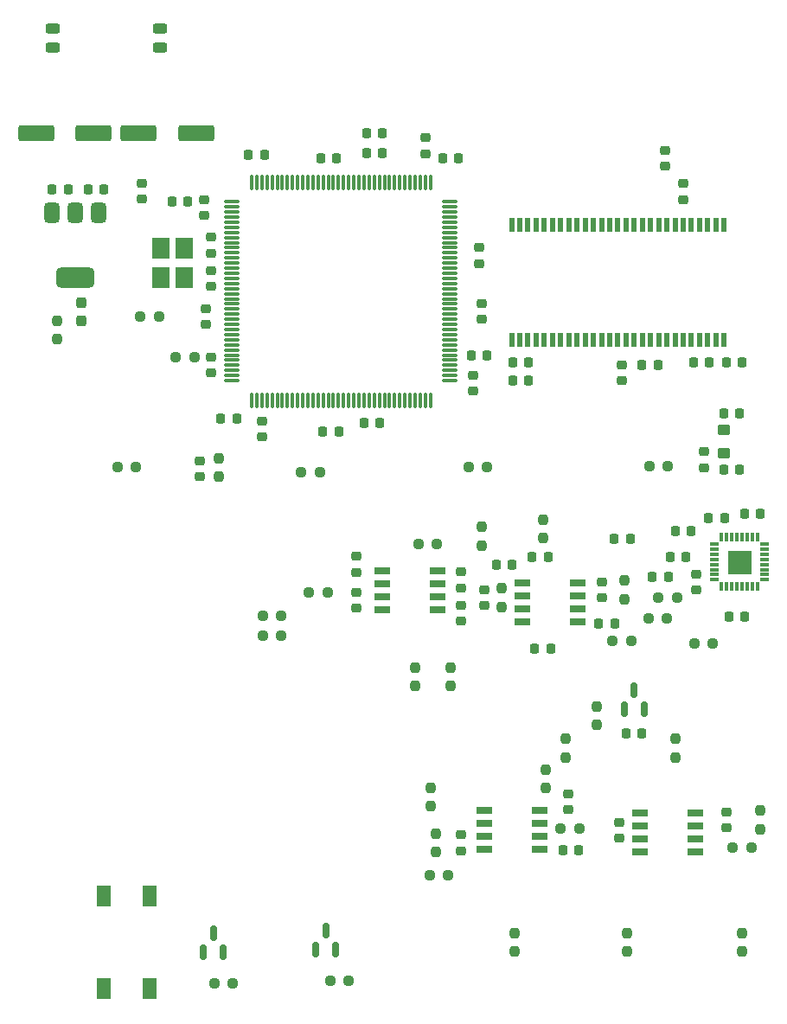
<source format=gbr>
%TF.GenerationSoftware,KiCad,Pcbnew,8.0.8*%
%TF.CreationDate,2025-01-25T01:21:00+01:00*%
%TF.ProjectId,aware01_h7,61776172-6530-4315-9f68-372e6b696361,rev?*%
%TF.SameCoordinates,Original*%
%TF.FileFunction,Paste,Bot*%
%TF.FilePolarity,Positive*%
%FSLAX46Y46*%
G04 Gerber Fmt 4.6, Leading zero omitted, Abs format (unit mm)*
G04 Created by KiCad (PCBNEW 8.0.8) date 2025-01-25 01:21:00*
%MOMM*%
%LPD*%
G01*
G04 APERTURE LIST*
G04 Aperture macros list*
%AMRoundRect*
0 Rectangle with rounded corners*
0 $1 Rounding radius*
0 $2 $3 $4 $5 $6 $7 $8 $9 X,Y pos of 4 corners*
0 Add a 4 corners polygon primitive as box body*
4,1,4,$2,$3,$4,$5,$6,$7,$8,$9,$2,$3,0*
0 Add four circle primitives for the rounded corners*
1,1,$1+$1,$2,$3*
1,1,$1+$1,$4,$5*
1,1,$1+$1,$6,$7*
1,1,$1+$1,$8,$9*
0 Add four rect primitives between the rounded corners*
20,1,$1+$1,$2,$3,$4,$5,0*
20,1,$1+$1,$4,$5,$6,$7,0*
20,1,$1+$1,$6,$7,$8,$9,0*
20,1,$1+$1,$8,$9,$2,$3,0*%
G04 Aperture macros list end*
%ADD10C,0.010000*%
%ADD11RoundRect,0.033750X0.101250X0.386250X-0.101250X0.386250X-0.101250X-0.386250X0.101250X-0.386250X0*%
%ADD12RoundRect,0.033750X0.386250X0.101250X-0.386250X0.101250X-0.386250X-0.101250X0.386250X-0.101250X0*%
%ADD13RoundRect,0.237500X-0.250000X-0.237500X0.250000X-0.237500X0.250000X0.237500X-0.250000X0.237500X0*%
%ADD14RoundRect,0.225000X0.225000X0.250000X-0.225000X0.250000X-0.225000X-0.250000X0.225000X-0.250000X0*%
%ADD15RoundRect,0.237500X0.250000X0.237500X-0.250000X0.237500X-0.250000X-0.237500X0.250000X-0.237500X0*%
%ADD16RoundRect,0.225000X0.250000X-0.225000X0.250000X0.225000X-0.250000X0.225000X-0.250000X-0.225000X0*%
%ADD17RoundRect,0.237500X0.237500X-0.250000X0.237500X0.250000X-0.237500X0.250000X-0.237500X-0.250000X0*%
%ADD18RoundRect,0.237500X-0.237500X0.250000X-0.237500X-0.250000X0.237500X-0.250000X0.237500X0.250000X0*%
%ADD19RoundRect,0.225000X-0.250000X0.225000X-0.250000X-0.225000X0.250000X-0.225000X0.250000X0.225000X0*%
%ADD20R,1.528000X0.650000*%
%ADD21RoundRect,0.225000X-0.225000X-0.250000X0.225000X-0.250000X0.225000X0.250000X-0.225000X0.250000X0*%
%ADD22R,0.550000X1.440000*%
%ADD23RoundRect,0.243750X-0.456250X0.243750X-0.456250X-0.243750X0.456250X-0.243750X0.456250X0.243750X0*%
%ADD24RoundRect,0.243750X0.456250X-0.243750X0.456250X0.243750X-0.456250X0.243750X-0.456250X-0.243750X0*%
%ADD25R,1.400000X2.100000*%
%ADD26RoundRect,0.250000X-1.500000X-0.550000X1.500000X-0.550000X1.500000X0.550000X-1.500000X0.550000X0*%
%ADD27RoundRect,0.150000X0.150000X-0.587500X0.150000X0.587500X-0.150000X0.587500X-0.150000X-0.587500X0*%
%ADD28RoundRect,0.237500X0.237500X-0.287500X0.237500X0.287500X-0.237500X0.287500X-0.237500X-0.287500X0*%
%ADD29RoundRect,0.075000X-0.662500X-0.075000X0.662500X-0.075000X0.662500X0.075000X-0.662500X0.075000X0*%
%ADD30RoundRect,0.075000X-0.075000X-0.662500X0.075000X-0.662500X0.075000X0.662500X-0.075000X0.662500X0*%
%ADD31RoundRect,0.375000X-0.375000X0.625000X-0.375000X-0.625000X0.375000X-0.625000X0.375000X0.625000X0*%
%ADD32RoundRect,0.500000X-1.400000X0.500000X-1.400000X-0.500000X1.400000X-0.500000X1.400000X0.500000X0*%
%ADD33R,1.800000X2.100000*%
%ADD34RoundRect,0.250000X1.500000X0.550000X-1.500000X0.550000X-1.500000X-0.550000X1.500000X-0.550000X0*%
%ADD35RoundRect,0.250000X0.350000X-0.275000X0.350000X0.275000X-0.350000X0.275000X-0.350000X-0.275000X0*%
G04 APERTURE END LIST*
D10*
%TO.C,IC2*%
X234090000Y-100590000D02*
X231910000Y-100590000D01*
X231910000Y-98410000D01*
X234090000Y-98410000D01*
X234090000Y-100590000D01*
G36*
X234090000Y-100590000D02*
G01*
X231910000Y-100590000D01*
X231910000Y-98410000D01*
X234090000Y-98410000D01*
X234090000Y-100590000D01*
G37*
%TD*%
D11*
%TO.C,IC2*%
X234750000Y-97065000D03*
X234250000Y-97065000D03*
X233750000Y-97065000D03*
X233250000Y-97065000D03*
X232750000Y-97065000D03*
X232250000Y-97065000D03*
X231750000Y-97065000D03*
X231250000Y-97065000D03*
D12*
X230565000Y-97750000D03*
X230565000Y-98250000D03*
X230565000Y-98750000D03*
X230565000Y-99250000D03*
X230565000Y-99750000D03*
X230565000Y-100250000D03*
X230565000Y-100750000D03*
X230565000Y-101250000D03*
D11*
X231250000Y-101935000D03*
X231750000Y-101935000D03*
X232250000Y-101935000D03*
X232750000Y-101935000D03*
X233250000Y-101935000D03*
X233750000Y-101935000D03*
X234250000Y-101935000D03*
X234750000Y-101935000D03*
D12*
X235435000Y-101250000D03*
X235435000Y-100750000D03*
X235435000Y-100250000D03*
X235435000Y-99750000D03*
X235435000Y-99250000D03*
X235435000Y-98750000D03*
X235435000Y-98250000D03*
X235435000Y-97750000D03*
%TD*%
D13*
%TO.C,R38*%
X215487500Y-125600000D03*
X217312500Y-125600000D03*
%TD*%
D14*
%TO.C,C58*%
X217275000Y-127750000D03*
X215725000Y-127750000D03*
%TD*%
D15*
%TO.C,R23*%
X183412500Y-140750000D03*
X181587500Y-140750000D03*
%TD*%
D16*
%TO.C,C7*%
X225750000Y-60775000D03*
X225750000Y-59225000D03*
%TD*%
D14*
%TO.C,C6*%
X206725000Y-79250000D03*
X208275000Y-79250000D03*
%TD*%
D17*
%TO.C,R34*%
X222000000Y-137662500D03*
X222000000Y-135837500D03*
%TD*%
D15*
%TO.C,R37*%
X204512500Y-130200000D03*
X202687500Y-130200000D03*
%TD*%
D16*
%TO.C,C8*%
X227500000Y-64025000D03*
X227500000Y-62475000D03*
%TD*%
D18*
%TO.C,R39*%
X166200000Y-75887500D03*
X166200000Y-77712500D03*
%TD*%
D14*
%TO.C,C60*%
X231525000Y-95250000D03*
X229975000Y-95250000D03*
%TD*%
D17*
%TO.C,R26*%
X233250000Y-137662500D03*
X233250000Y-135837500D03*
%TD*%
D18*
%TO.C,R25*%
X226750000Y-116837500D03*
X226750000Y-118662500D03*
%TD*%
D19*
%TO.C,C1*%
X181250000Y-70975000D03*
X181250000Y-72525000D03*
%TD*%
D20*
%TO.C,U13*%
X208039000Y-127655000D03*
X208039000Y-126385000D03*
X208039000Y-125115000D03*
X208039000Y-123845000D03*
X213461000Y-123845000D03*
X213461000Y-125115000D03*
X213461000Y-126385000D03*
X213461000Y-127655000D03*
%TD*%
D19*
%TO.C,C54*%
X208000000Y-102225000D03*
X208000000Y-103775000D03*
%TD*%
D13*
%TO.C,R29*%
X232337500Y-127500000D03*
X234162500Y-127500000D03*
%TD*%
D19*
%TO.C,C36*%
X180750000Y-74725000D03*
X180750000Y-76275000D03*
%TD*%
D14*
%TO.C,C38*%
X235025000Y-94750000D03*
X233475000Y-94750000D03*
%TD*%
D16*
%TO.C,C27*%
X207750000Y-75750000D03*
X207750000Y-74200000D03*
%TD*%
D21*
%TO.C,C25*%
X231475000Y-90500000D03*
X233025000Y-90500000D03*
%TD*%
D19*
%TO.C,C63*%
X181250000Y-79475000D03*
X181250000Y-81025000D03*
%TD*%
D16*
%TO.C,C3*%
X180200000Y-91175000D03*
X180200000Y-89625000D03*
%TD*%
D20*
%TO.C,U11*%
X228711000Y-124095000D03*
X228711000Y-125365000D03*
X228711000Y-126635000D03*
X228711000Y-127905000D03*
X223289000Y-127905000D03*
X223289000Y-126635000D03*
X223289000Y-125365000D03*
X223289000Y-124095000D03*
%TD*%
D15*
%TO.C,R4*%
X173912500Y-90250000D03*
X172087500Y-90250000D03*
%TD*%
D19*
%TO.C,C61*%
X180600000Y-64025000D03*
X180600000Y-65575000D03*
%TD*%
D14*
%TO.C,C30*%
X170775000Y-63000000D03*
X169225000Y-63000000D03*
%TD*%
D17*
%TO.C,R20*%
X209750000Y-103912500D03*
X209750000Y-102087500D03*
%TD*%
D19*
%TO.C,C43*%
X195500000Y-98975000D03*
X195500000Y-100525000D03*
%TD*%
D22*
%TO.C,U2*%
X231500000Y-77740000D03*
X230700000Y-77740000D03*
X229900000Y-77740000D03*
X229100000Y-77740000D03*
X228300000Y-77740000D03*
X227500000Y-77740000D03*
X226700000Y-77740000D03*
X225900000Y-77740000D03*
X225100000Y-77740000D03*
X224300000Y-77740000D03*
X223500000Y-77740000D03*
X222700000Y-77740000D03*
X221900000Y-77740000D03*
X221100000Y-77740000D03*
X220300000Y-77740000D03*
X219500000Y-77740000D03*
X218700000Y-77740000D03*
X217900000Y-77740000D03*
X217100000Y-77740000D03*
X216300000Y-77740000D03*
X215500000Y-77740000D03*
X214700000Y-77740000D03*
X213900000Y-77740000D03*
X213100000Y-77740000D03*
X212300000Y-77740000D03*
X211500000Y-77740000D03*
X210700000Y-77740000D03*
X210700000Y-66500000D03*
X211500000Y-66500000D03*
X212300000Y-66500000D03*
X213100000Y-66500000D03*
X213900000Y-66500000D03*
X214700000Y-66500000D03*
X215500000Y-66500000D03*
X216300000Y-66500000D03*
X217100000Y-66500000D03*
X217900000Y-66500000D03*
X218700000Y-66500000D03*
X219500000Y-66500000D03*
X220300000Y-66500000D03*
X221100000Y-66500000D03*
X221900000Y-66500000D03*
X222700000Y-66500000D03*
X223500000Y-66500000D03*
X224300000Y-66500000D03*
X225100000Y-66500000D03*
X225900000Y-66500000D03*
X226700000Y-66500000D03*
X227500000Y-66500000D03*
X228300000Y-66500000D03*
X229100000Y-66500000D03*
X229900000Y-66500000D03*
X230700000Y-66500000D03*
X231500000Y-66500000D03*
%TD*%
D15*
%TO.C,R11*%
X188162500Y-106750000D03*
X186337500Y-106750000D03*
%TD*%
D16*
%TO.C,C23*%
X229500000Y-90275000D03*
X229500000Y-88725000D03*
%TD*%
D18*
%TO.C,R16*%
X213750000Y-95337500D03*
X213750000Y-97162500D03*
%TD*%
D21*
%TO.C,C48*%
X212975000Y-108000000D03*
X214525000Y-108000000D03*
%TD*%
D23*
%TO.C,D2*%
X165750000Y-47312500D03*
X165750000Y-49187500D03*
%TD*%
D21*
%TO.C,C28*%
X231475000Y-85000000D03*
X233025000Y-85000000D03*
%TD*%
%TO.C,C42*%
X226225000Y-99000000D03*
X227775000Y-99000000D03*
%TD*%
D24*
%TO.C,D1*%
X176250000Y-49187500D03*
X176250000Y-47312500D03*
%TD*%
D20*
%TO.C,U10*%
X217211000Y-101595000D03*
X217211000Y-102865000D03*
X217211000Y-104135000D03*
X217211000Y-105405000D03*
X211789000Y-105405000D03*
X211789000Y-104135000D03*
X211789000Y-102865000D03*
X211789000Y-101595000D03*
%TD*%
D25*
%TO.C,SW1*%
X175250000Y-141300000D03*
X175250000Y-132200000D03*
X170750000Y-141300000D03*
X170750000Y-132200000D03*
%TD*%
D26*
%TO.C,C19*%
X174200000Y-57500000D03*
X179800000Y-57500000D03*
%TD*%
D19*
%TO.C,C21*%
X186250000Y-85725000D03*
X186250000Y-87275000D03*
%TD*%
%TO.C,C5*%
X202250000Y-57975000D03*
X202250000Y-59525000D03*
%TD*%
D15*
%TO.C,R21*%
X222412500Y-107250000D03*
X220587500Y-107250000D03*
%TD*%
D18*
%TO.C,R30*%
X235000000Y-123837500D03*
X235000000Y-125662500D03*
%TD*%
D16*
%TO.C,C26*%
X206912500Y-82775000D03*
X206912500Y-81225000D03*
%TD*%
D14*
%TO.C,C17*%
X179025000Y-64250000D03*
X177475000Y-64250000D03*
%TD*%
D16*
%TO.C,C2*%
X181250000Y-69275000D03*
X181250000Y-67725000D03*
%TD*%
D18*
%TO.C,R31*%
X202750000Y-121587500D03*
X202750000Y-123412500D03*
%TD*%
D14*
%TO.C,C51*%
X226025000Y-101000000D03*
X224475000Y-101000000D03*
%TD*%
D20*
%TO.C,U9*%
X203461000Y-100345000D03*
X203461000Y-101615000D03*
X203461000Y-102885000D03*
X203461000Y-104155000D03*
X198039000Y-104155000D03*
X198039000Y-102885000D03*
X198039000Y-101615000D03*
X198039000Y-100345000D03*
%TD*%
D17*
%TO.C,R19*%
X221750000Y-103162500D03*
X221750000Y-101337500D03*
%TD*%
D27*
%TO.C,U8*%
X223650000Y-113937500D03*
X221750000Y-113937500D03*
X222700000Y-112062500D03*
%TD*%
D15*
%TO.C,R12*%
X188162500Y-104750000D03*
X186337500Y-104750000D03*
%TD*%
D18*
%TO.C,R18*%
X207750000Y-96087500D03*
X207750000Y-97912500D03*
%TD*%
D19*
%TO.C,C12*%
X221500000Y-80225000D03*
X221500000Y-81775000D03*
%TD*%
D13*
%TO.C,R7*%
X224187500Y-90100000D03*
X226012500Y-90100000D03*
%TD*%
D18*
%TO.C,R33*%
X216000000Y-116837500D03*
X216000000Y-118662500D03*
%TD*%
D15*
%TO.C,R5*%
X191912500Y-90750000D03*
X190087500Y-90750000D03*
%TD*%
D17*
%TO.C,R1*%
X182000000Y-91162500D03*
X182000000Y-89337500D03*
%TD*%
D13*
%TO.C,R15*%
X225087500Y-103000000D03*
X226912500Y-103000000D03*
%TD*%
D16*
%TO.C,C55*%
X231750000Y-125550000D03*
X231750000Y-124000000D03*
%TD*%
D21*
%TO.C,C40*%
X226725000Y-96500000D03*
X228275000Y-96500000D03*
%TD*%
D19*
%TO.C,C45*%
X205750000Y-100475000D03*
X205750000Y-102025000D03*
%TD*%
D21*
%TO.C,C9*%
X231700000Y-80000000D03*
X233250000Y-80000000D03*
%TD*%
%TO.C,C50*%
X219225000Y-105500000D03*
X220775000Y-105500000D03*
%TD*%
D15*
%TO.C,R27*%
X176162500Y-75500000D03*
X174337500Y-75500000D03*
%TD*%
D17*
%TO.C,R9*%
X201250000Y-111662500D03*
X201250000Y-109837500D03*
%TD*%
D16*
%TO.C,C44*%
X205750000Y-105275000D03*
X205750000Y-103725000D03*
%TD*%
D21*
%TO.C,C52*%
X220750000Y-97250000D03*
X222300000Y-97250000D03*
%TD*%
D28*
%TO.C,D3*%
X168600000Y-75875000D03*
X168600000Y-74125000D03*
%TD*%
D14*
%TO.C,C35*%
X186500000Y-59662500D03*
X184950000Y-59662500D03*
%TD*%
D13*
%TO.C,R28*%
X177837500Y-79500000D03*
X179662500Y-79500000D03*
%TD*%
D15*
%TO.C,R17*%
X225912500Y-105000000D03*
X224087500Y-105000000D03*
%TD*%
D13*
%TO.C,R6*%
X206487500Y-90200000D03*
X208312500Y-90200000D03*
%TD*%
D14*
%TO.C,C31*%
X198025000Y-57500000D03*
X196475000Y-57500000D03*
%TD*%
D21*
%TO.C,C24*%
X196225000Y-85912500D03*
X197775000Y-85912500D03*
%TD*%
%TO.C,C47*%
X212725000Y-99000000D03*
X214275000Y-99000000D03*
%TD*%
D18*
%TO.C,R8*%
X219000000Y-113650000D03*
X219000000Y-115475000D03*
%TD*%
D29*
%TO.C,U1*%
X183337500Y-81750000D03*
X183337500Y-81250000D03*
X183337500Y-80750000D03*
X183337500Y-80250000D03*
X183337500Y-79750000D03*
X183337500Y-79250000D03*
X183337500Y-78750000D03*
X183337500Y-78250000D03*
X183337500Y-77750000D03*
X183337500Y-77250000D03*
X183337500Y-76750000D03*
X183337500Y-76250000D03*
X183337500Y-75750000D03*
X183337500Y-75250000D03*
X183337500Y-74750000D03*
X183337500Y-74250000D03*
X183337500Y-73750000D03*
X183337500Y-73250000D03*
X183337500Y-72750000D03*
X183337500Y-72250000D03*
X183337500Y-71750000D03*
X183337500Y-71250000D03*
X183337500Y-70750000D03*
X183337500Y-70250000D03*
X183337500Y-69750000D03*
X183337500Y-69250000D03*
X183337500Y-68750000D03*
X183337500Y-68250000D03*
X183337500Y-67750000D03*
X183337500Y-67250000D03*
X183337500Y-66750000D03*
X183337500Y-66250000D03*
X183337500Y-65750000D03*
X183337500Y-65250000D03*
X183337500Y-64750000D03*
X183337500Y-64250000D03*
D30*
X185250000Y-62337500D03*
X185750000Y-62337500D03*
X186250000Y-62337500D03*
X186750000Y-62337500D03*
X187250000Y-62337500D03*
X187750000Y-62337500D03*
X188250000Y-62337500D03*
X188750000Y-62337500D03*
X189250000Y-62337500D03*
X189750000Y-62337500D03*
X190250000Y-62337500D03*
X190750000Y-62337500D03*
X191250000Y-62337500D03*
X191750000Y-62337500D03*
X192250000Y-62337500D03*
X192750000Y-62337500D03*
X193250000Y-62337500D03*
X193750000Y-62337500D03*
X194250000Y-62337500D03*
X194750000Y-62337500D03*
X195250000Y-62337500D03*
X195750000Y-62337500D03*
X196250000Y-62337500D03*
X196750000Y-62337500D03*
X197250000Y-62337500D03*
X197750000Y-62337500D03*
X198250000Y-62337500D03*
X198750000Y-62337500D03*
X199250000Y-62337500D03*
X199750000Y-62337500D03*
X200250000Y-62337500D03*
X200750000Y-62337500D03*
X201250000Y-62337500D03*
X201750000Y-62337500D03*
X202250000Y-62337500D03*
X202750000Y-62337500D03*
D29*
X204662500Y-64250000D03*
X204662500Y-64750000D03*
X204662500Y-65250000D03*
X204662500Y-65750000D03*
X204662500Y-66250000D03*
X204662500Y-66750000D03*
X204662500Y-67250000D03*
X204662500Y-67750000D03*
X204662500Y-68250000D03*
X204662500Y-68750000D03*
X204662500Y-69250000D03*
X204662500Y-69750000D03*
X204662500Y-70250000D03*
X204662500Y-70750000D03*
X204662500Y-71250000D03*
X204662500Y-71750000D03*
X204662500Y-72250000D03*
X204662500Y-72750000D03*
X204662500Y-73250000D03*
X204662500Y-73750000D03*
X204662500Y-74250000D03*
X204662500Y-74750000D03*
X204662500Y-75250000D03*
X204662500Y-75750000D03*
X204662500Y-76250000D03*
X204662500Y-76750000D03*
X204662500Y-77250000D03*
X204662500Y-77750000D03*
X204662500Y-78250000D03*
X204662500Y-78750000D03*
X204662500Y-79250000D03*
X204662500Y-79750000D03*
X204662500Y-80250000D03*
X204662500Y-80750000D03*
X204662500Y-81250000D03*
X204662500Y-81750000D03*
D30*
X202750000Y-83662500D03*
X202250000Y-83662500D03*
X201750000Y-83662500D03*
X201250000Y-83662500D03*
X200750000Y-83662500D03*
X200250000Y-83662500D03*
X199750000Y-83662500D03*
X199250000Y-83662500D03*
X198750000Y-83662500D03*
X198250000Y-83662500D03*
X197750000Y-83662500D03*
X197250000Y-83662500D03*
X196750000Y-83662500D03*
X196250000Y-83662500D03*
X195750000Y-83662500D03*
X195250000Y-83662500D03*
X194750000Y-83662500D03*
X194250000Y-83662500D03*
X193750000Y-83662500D03*
X193250000Y-83662500D03*
X192750000Y-83662500D03*
X192250000Y-83662500D03*
X191750000Y-83662500D03*
X191250000Y-83662500D03*
X190750000Y-83662500D03*
X190250000Y-83662500D03*
X189750000Y-83662500D03*
X189250000Y-83662500D03*
X188750000Y-83662500D03*
X188250000Y-83662500D03*
X187750000Y-83662500D03*
X187250000Y-83662500D03*
X186750000Y-83662500D03*
X186250000Y-83662500D03*
X185750000Y-83662500D03*
X185250000Y-83662500D03*
%TD*%
D21*
%TO.C,C39*%
X231975000Y-104900000D03*
X233525000Y-104900000D03*
%TD*%
%TO.C,C14*%
X212375000Y-81750000D03*
X210825000Y-81750000D03*
%TD*%
D27*
%TO.C,Q1*%
X182450000Y-137687500D03*
X180550000Y-137687500D03*
X181500000Y-135812500D03*
%TD*%
D16*
%TO.C,C41*%
X228750000Y-102250000D03*
X228750000Y-100700000D03*
%TD*%
D14*
%TO.C,C49*%
X210775000Y-99750000D03*
X209225000Y-99750000D03*
%TD*%
D31*
%TO.C,U7*%
X165700000Y-65350000D03*
X168000000Y-65350000D03*
D32*
X168000000Y-71650000D03*
D31*
X170300000Y-65350000D03*
%TD*%
D15*
%TO.C,R24*%
X194750000Y-140500000D03*
X192925000Y-140500000D03*
%TD*%
D16*
%TO.C,C29*%
X207500000Y-70275000D03*
X207500000Y-68725000D03*
%TD*%
D21*
%TO.C,C37*%
X221925000Y-116312500D03*
X223475000Y-116312500D03*
%TD*%
D27*
%TO.C,Q2*%
X193450000Y-137437500D03*
X191550000Y-137437500D03*
X192500000Y-135562500D03*
%TD*%
D16*
%TO.C,C57*%
X216200000Y-123775000D03*
X216200000Y-122225000D03*
%TD*%
D18*
%TO.C,R35*%
X203250000Y-126087500D03*
X203250000Y-127912500D03*
%TD*%
D14*
%TO.C,C32*%
X193575000Y-60000000D03*
X192025000Y-60000000D03*
%TD*%
D33*
%TO.C,Y1*%
X176350000Y-71700000D03*
X176350000Y-68800000D03*
X178650000Y-68800000D03*
X178650000Y-71700000D03*
%TD*%
D14*
%TO.C,C34*%
X198025000Y-59500000D03*
X196475000Y-59500000D03*
%TD*%
D13*
%TO.C,R22*%
X228587500Y-107500000D03*
X230412500Y-107500000D03*
%TD*%
D21*
%TO.C,C22*%
X192225000Y-86750000D03*
X193775000Y-86750000D03*
%TD*%
D19*
%TO.C,C46*%
X195500000Y-102475000D03*
X195500000Y-104025000D03*
%TD*%
%TO.C,C53*%
X219500000Y-101475000D03*
X219500000Y-103025000D03*
%TD*%
D34*
%TO.C,C20*%
X169800000Y-57500000D03*
X164200000Y-57500000D03*
%TD*%
D18*
%TO.C,R36*%
X214000000Y-119837500D03*
X214000000Y-121662500D03*
%TD*%
D15*
%TO.C,R14*%
X192662500Y-102500000D03*
X190837500Y-102500000D03*
%TD*%
D21*
%TO.C,C62*%
X203950000Y-60000000D03*
X205500000Y-60000000D03*
%TD*%
%TO.C,C13*%
X212375000Y-80000000D03*
X210825000Y-80000000D03*
%TD*%
D35*
%TO.C,FB1*%
X231500000Y-88900000D03*
X231500000Y-86600000D03*
%TD*%
D14*
%TO.C,C10*%
X230025000Y-80000000D03*
X228475000Y-80000000D03*
%TD*%
D19*
%TO.C,C56*%
X205750000Y-126225000D03*
X205750000Y-127775000D03*
%TD*%
D14*
%TO.C,C11*%
X225025000Y-80200000D03*
X223475000Y-80200000D03*
%TD*%
D16*
%TO.C,C59*%
X221250000Y-126525000D03*
X221250000Y-124975000D03*
%TD*%
%TO.C,C4*%
X174500000Y-63975000D03*
X174500000Y-62425000D03*
%TD*%
D14*
%TO.C,C18*%
X183775000Y-85500000D03*
X182225000Y-85500000D03*
%TD*%
D17*
%TO.C,R10*%
X204750000Y-111662500D03*
X204750000Y-109837500D03*
%TD*%
D14*
%TO.C,C33*%
X167275000Y-63000000D03*
X165725000Y-63000000D03*
%TD*%
D15*
%TO.C,R13*%
X203412500Y-97750000D03*
X201587500Y-97750000D03*
%TD*%
D17*
%TO.C,R32*%
X211000000Y-137662500D03*
X211000000Y-135837500D03*
%TD*%
M02*

</source>
